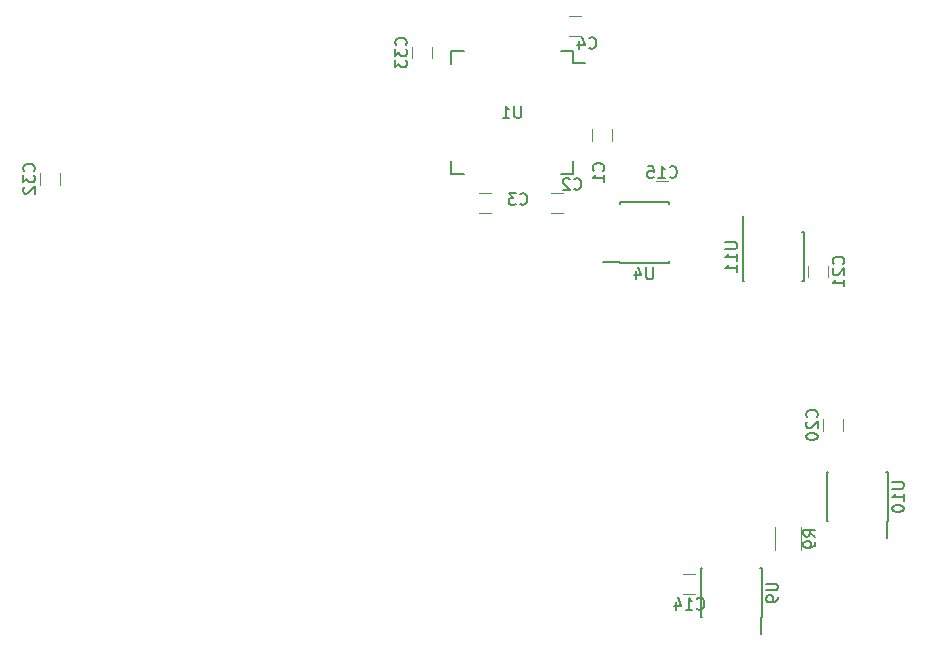
<source format=gbr>
G04 #@! TF.FileFunction,Legend,Bot*
%FSLAX46Y46*%
G04 Gerber Fmt 4.6, Leading zero omitted, Abs format (unit mm)*
G04 Created by KiCad (PCBNEW 4.0.7) date 11/09/17 22:03:39*
%MOMM*%
%LPD*%
G01*
G04 APERTURE LIST*
%ADD10C,0.100000*%
%ADD11C,0.120000*%
%ADD12C,0.150000*%
G04 APERTURE END LIST*
D10*
D11*
X185878960Y-46845720D02*
X185878960Y-47845720D01*
X184178960Y-47845720D02*
X184178960Y-46845720D01*
X181718960Y-53910720D02*
X180718960Y-53910720D01*
X180718960Y-52210720D02*
X181718960Y-52210720D01*
X175622960Y-53910720D02*
X174622960Y-53910720D01*
X174622960Y-52210720D02*
X175622960Y-52210720D01*
X182242960Y-37224720D02*
X183242960Y-37224720D01*
X183242960Y-38924720D02*
X182242960Y-38924720D01*
X192914960Y-86168720D02*
X191914960Y-86168720D01*
X191914960Y-84468720D02*
X192914960Y-84468720D01*
X190608960Y-52894720D02*
X189608960Y-52894720D01*
X189608960Y-51194720D02*
X190608960Y-51194720D01*
X203736960Y-72376720D02*
X203736960Y-71376720D01*
X205436960Y-71376720D02*
X205436960Y-72376720D01*
X202466960Y-59402720D02*
X202466960Y-58402720D01*
X204166960Y-58402720D02*
X204166960Y-59402720D01*
X137442960Y-51548720D02*
X137442960Y-50548720D01*
X139142960Y-50548720D02*
X139142960Y-51548720D01*
X199706960Y-80508720D02*
X199706960Y-82508720D01*
X201846960Y-82508720D02*
X201846960Y-80508720D01*
D12*
X182583960Y-40265720D02*
X182583960Y-41265720D01*
X172233960Y-40265720D02*
X172233960Y-41340720D01*
X172233960Y-50615720D02*
X172233960Y-49540720D01*
X182583960Y-50615720D02*
X182583960Y-49540720D01*
X182583960Y-40265720D02*
X181508960Y-40265720D01*
X182583960Y-50615720D02*
X181508960Y-50615720D01*
X172233960Y-50615720D02*
X173308960Y-50615720D01*
X172233960Y-40265720D02*
X173308960Y-40265720D01*
X182583960Y-41265720D02*
X183608960Y-41265720D01*
X186509960Y-58175720D02*
X186509960Y-58125720D01*
X190659960Y-58175720D02*
X190659960Y-58030720D01*
X190659960Y-53025720D02*
X190659960Y-53170720D01*
X186509960Y-53025720D02*
X186509960Y-53170720D01*
X186509960Y-58175720D02*
X190659960Y-58175720D01*
X186509960Y-53025720D02*
X190659960Y-53025720D01*
X186509960Y-58125720D02*
X185109960Y-58125720D01*
X198525960Y-88155720D02*
X198475960Y-88155720D01*
X198525960Y-84005720D02*
X198380960Y-84005720D01*
X193375960Y-84005720D02*
X193520960Y-84005720D01*
X193375960Y-88155720D02*
X193520960Y-88155720D01*
X198525960Y-88155720D02*
X198525960Y-84005720D01*
X193375960Y-88155720D02*
X193375960Y-84005720D01*
X198475960Y-88155720D02*
X198475960Y-89555720D01*
X209193960Y-80027720D02*
X209143960Y-80027720D01*
X209193960Y-75877720D02*
X209048960Y-75877720D01*
X204043960Y-75877720D02*
X204188960Y-75877720D01*
X204043960Y-80027720D02*
X204188960Y-80027720D01*
X209193960Y-80027720D02*
X209193960Y-75877720D01*
X204043960Y-80027720D02*
X204043960Y-75877720D01*
X209143960Y-80027720D02*
X209143960Y-81427720D01*
X196931960Y-55557720D02*
X196981960Y-55557720D01*
X196931960Y-59707720D02*
X197076960Y-59707720D01*
X202081960Y-59707720D02*
X201936960Y-59707720D01*
X202081960Y-55557720D02*
X201936960Y-55557720D01*
X196931960Y-55557720D02*
X196931960Y-59707720D01*
X202081960Y-55557720D02*
X202081960Y-59707720D01*
X196981960Y-55557720D02*
X196981960Y-54157720D01*
D11*
X168938960Y-40860720D02*
X168938960Y-39860720D01*
X170638960Y-39860720D02*
X170638960Y-40860720D01*
D12*
X185132103Y-50354054D02*
X185179722Y-50306435D01*
X185227341Y-50163578D01*
X185227341Y-50068340D01*
X185179722Y-49925482D01*
X185084484Y-49830244D01*
X184989246Y-49782625D01*
X184798770Y-49735006D01*
X184655912Y-49735006D01*
X184465436Y-49782625D01*
X184370198Y-49830244D01*
X184274960Y-49925482D01*
X184227341Y-50068340D01*
X184227341Y-50163578D01*
X184274960Y-50306435D01*
X184322579Y-50354054D01*
X185227341Y-51306435D02*
X185227341Y-50735006D01*
X185227341Y-51020720D02*
X184227341Y-51020720D01*
X184370198Y-50925482D01*
X184465436Y-50830244D01*
X184513055Y-50735006D01*
X182655626Y-51893863D02*
X182703245Y-51941482D01*
X182846102Y-51989101D01*
X182941340Y-51989101D01*
X183084198Y-51941482D01*
X183179436Y-51846244D01*
X183227055Y-51751006D01*
X183274674Y-51560530D01*
X183274674Y-51417672D01*
X183227055Y-51227196D01*
X183179436Y-51131958D01*
X183084198Y-51036720D01*
X182941340Y-50989101D01*
X182846102Y-50989101D01*
X182703245Y-51036720D01*
X182655626Y-51084339D01*
X182274674Y-51084339D02*
X182227055Y-51036720D01*
X182131817Y-50989101D01*
X181893721Y-50989101D01*
X181798483Y-51036720D01*
X181750864Y-51084339D01*
X181703245Y-51179577D01*
X181703245Y-51274815D01*
X181750864Y-51417672D01*
X182322293Y-51989101D01*
X181703245Y-51989101D01*
X178083626Y-53163863D02*
X178131245Y-53211482D01*
X178274102Y-53259101D01*
X178369340Y-53259101D01*
X178512198Y-53211482D01*
X178607436Y-53116244D01*
X178655055Y-53021006D01*
X178702674Y-52830530D01*
X178702674Y-52687672D01*
X178655055Y-52497196D01*
X178607436Y-52401958D01*
X178512198Y-52306720D01*
X178369340Y-52259101D01*
X178274102Y-52259101D01*
X178131245Y-52306720D01*
X178083626Y-52354339D01*
X177750293Y-52259101D02*
X177131245Y-52259101D01*
X177464579Y-52640053D01*
X177321721Y-52640053D01*
X177226483Y-52687672D01*
X177178864Y-52735291D01*
X177131245Y-52830530D01*
X177131245Y-53068625D01*
X177178864Y-53163863D01*
X177226483Y-53211482D01*
X177321721Y-53259101D01*
X177607436Y-53259101D01*
X177702674Y-53211482D01*
X177750293Y-53163863D01*
X183925626Y-39955863D02*
X183973245Y-40003482D01*
X184116102Y-40051101D01*
X184211340Y-40051101D01*
X184354198Y-40003482D01*
X184449436Y-39908244D01*
X184497055Y-39813006D01*
X184544674Y-39622530D01*
X184544674Y-39479672D01*
X184497055Y-39289196D01*
X184449436Y-39193958D01*
X184354198Y-39098720D01*
X184211340Y-39051101D01*
X184116102Y-39051101D01*
X183973245Y-39098720D01*
X183925626Y-39146339D01*
X183068483Y-39384434D02*
X183068483Y-40051101D01*
X183306579Y-39003482D02*
X183544674Y-39717768D01*
X182925626Y-39717768D01*
X193057817Y-87425863D02*
X193105436Y-87473482D01*
X193248293Y-87521101D01*
X193343531Y-87521101D01*
X193486389Y-87473482D01*
X193581627Y-87378244D01*
X193629246Y-87283006D01*
X193676865Y-87092530D01*
X193676865Y-86949672D01*
X193629246Y-86759196D01*
X193581627Y-86663958D01*
X193486389Y-86568720D01*
X193343531Y-86521101D01*
X193248293Y-86521101D01*
X193105436Y-86568720D01*
X193057817Y-86616339D01*
X192105436Y-87521101D02*
X192676865Y-87521101D01*
X192391151Y-87521101D02*
X192391151Y-86521101D01*
X192486389Y-86663958D01*
X192581627Y-86759196D01*
X192676865Y-86806815D01*
X191248293Y-86854434D02*
X191248293Y-87521101D01*
X191486389Y-86473482D02*
X191724484Y-87187768D01*
X191105436Y-87187768D01*
X190751817Y-50877863D02*
X190799436Y-50925482D01*
X190942293Y-50973101D01*
X191037531Y-50973101D01*
X191180389Y-50925482D01*
X191275627Y-50830244D01*
X191323246Y-50735006D01*
X191370865Y-50544530D01*
X191370865Y-50401672D01*
X191323246Y-50211196D01*
X191275627Y-50115958D01*
X191180389Y-50020720D01*
X191037531Y-49973101D01*
X190942293Y-49973101D01*
X190799436Y-50020720D01*
X190751817Y-50068339D01*
X189799436Y-50973101D02*
X190370865Y-50973101D01*
X190085151Y-50973101D02*
X190085151Y-49973101D01*
X190180389Y-50115958D01*
X190275627Y-50211196D01*
X190370865Y-50258815D01*
X188894674Y-49973101D02*
X189370865Y-49973101D01*
X189418484Y-50449291D01*
X189370865Y-50401672D01*
X189275627Y-50354053D01*
X189037531Y-50354053D01*
X188942293Y-50401672D01*
X188894674Y-50449291D01*
X188847055Y-50544530D01*
X188847055Y-50782625D01*
X188894674Y-50877863D01*
X188942293Y-50925482D01*
X189037531Y-50973101D01*
X189275627Y-50973101D01*
X189370865Y-50925482D01*
X189418484Y-50877863D01*
X203194103Y-71233863D02*
X203241722Y-71186244D01*
X203289341Y-71043387D01*
X203289341Y-70948149D01*
X203241722Y-70805291D01*
X203146484Y-70710053D01*
X203051246Y-70662434D01*
X202860770Y-70614815D01*
X202717912Y-70614815D01*
X202527436Y-70662434D01*
X202432198Y-70710053D01*
X202336960Y-70805291D01*
X202289341Y-70948149D01*
X202289341Y-71043387D01*
X202336960Y-71186244D01*
X202384579Y-71233863D01*
X202384579Y-71614815D02*
X202336960Y-71662434D01*
X202289341Y-71757672D01*
X202289341Y-71995768D01*
X202336960Y-72091006D01*
X202384579Y-72138625D01*
X202479817Y-72186244D01*
X202575055Y-72186244D01*
X202717912Y-72138625D01*
X203289341Y-71567196D01*
X203289341Y-72186244D01*
X202289341Y-72805291D02*
X202289341Y-72900530D01*
X202336960Y-72995768D01*
X202384579Y-73043387D01*
X202479817Y-73091006D01*
X202670293Y-73138625D01*
X202908389Y-73138625D01*
X203098865Y-73091006D01*
X203194103Y-73043387D01*
X203241722Y-72995768D01*
X203289341Y-72900530D01*
X203289341Y-72805291D01*
X203241722Y-72710053D01*
X203194103Y-72662434D01*
X203098865Y-72614815D01*
X202908389Y-72567196D01*
X202670293Y-72567196D01*
X202479817Y-72614815D01*
X202384579Y-72662434D01*
X202336960Y-72710053D01*
X202289341Y-72805291D01*
X205452103Y-58259863D02*
X205499722Y-58212244D01*
X205547341Y-58069387D01*
X205547341Y-57974149D01*
X205499722Y-57831291D01*
X205404484Y-57736053D01*
X205309246Y-57688434D01*
X205118770Y-57640815D01*
X204975912Y-57640815D01*
X204785436Y-57688434D01*
X204690198Y-57736053D01*
X204594960Y-57831291D01*
X204547341Y-57974149D01*
X204547341Y-58069387D01*
X204594960Y-58212244D01*
X204642579Y-58259863D01*
X204642579Y-58640815D02*
X204594960Y-58688434D01*
X204547341Y-58783672D01*
X204547341Y-59021768D01*
X204594960Y-59117006D01*
X204642579Y-59164625D01*
X204737817Y-59212244D01*
X204833055Y-59212244D01*
X204975912Y-59164625D01*
X205547341Y-58593196D01*
X205547341Y-59212244D01*
X205547341Y-60164625D02*
X205547341Y-59593196D01*
X205547341Y-59878910D02*
X204547341Y-59878910D01*
X204690198Y-59783672D01*
X204785436Y-59688434D01*
X204833055Y-59593196D01*
X136900103Y-50405863D02*
X136947722Y-50358244D01*
X136995341Y-50215387D01*
X136995341Y-50120149D01*
X136947722Y-49977291D01*
X136852484Y-49882053D01*
X136757246Y-49834434D01*
X136566770Y-49786815D01*
X136423912Y-49786815D01*
X136233436Y-49834434D01*
X136138198Y-49882053D01*
X136042960Y-49977291D01*
X135995341Y-50120149D01*
X135995341Y-50215387D01*
X136042960Y-50358244D01*
X136090579Y-50405863D01*
X135995341Y-50739196D02*
X135995341Y-51358244D01*
X136376293Y-51024910D01*
X136376293Y-51167768D01*
X136423912Y-51263006D01*
X136471531Y-51310625D01*
X136566770Y-51358244D01*
X136804865Y-51358244D01*
X136900103Y-51310625D01*
X136947722Y-51263006D01*
X136995341Y-51167768D01*
X136995341Y-50882053D01*
X136947722Y-50786815D01*
X136900103Y-50739196D01*
X136090579Y-51739196D02*
X136042960Y-51786815D01*
X135995341Y-51882053D01*
X135995341Y-52120149D01*
X136042960Y-52215387D01*
X136090579Y-52263006D01*
X136185817Y-52310625D01*
X136281055Y-52310625D01*
X136423912Y-52263006D01*
X136995341Y-51691577D01*
X136995341Y-52310625D01*
X203079341Y-81342054D02*
X202603150Y-81008720D01*
X203079341Y-80770625D02*
X202079341Y-80770625D01*
X202079341Y-81151578D01*
X202126960Y-81246816D01*
X202174579Y-81294435D01*
X202269817Y-81342054D01*
X202412674Y-81342054D01*
X202507912Y-81294435D01*
X202555531Y-81246816D01*
X202603150Y-81151578D01*
X202603150Y-80770625D01*
X203079341Y-81818244D02*
X203079341Y-82008720D01*
X203031722Y-82103959D01*
X202984103Y-82151578D01*
X202841246Y-82246816D01*
X202650770Y-82294435D01*
X202269817Y-82294435D01*
X202174579Y-82246816D01*
X202126960Y-82199197D01*
X202079341Y-82103959D01*
X202079341Y-81913482D01*
X202126960Y-81818244D01*
X202174579Y-81770625D01*
X202269817Y-81723006D01*
X202507912Y-81723006D01*
X202603150Y-81770625D01*
X202650770Y-81818244D01*
X202698389Y-81913482D01*
X202698389Y-82103959D01*
X202650770Y-82199197D01*
X202603150Y-82246816D01*
X202507912Y-82294435D01*
X178170865Y-44893101D02*
X178170865Y-45702625D01*
X178123246Y-45797863D01*
X178075627Y-45845482D01*
X177980389Y-45893101D01*
X177789912Y-45893101D01*
X177694674Y-45845482D01*
X177647055Y-45797863D01*
X177599436Y-45702625D01*
X177599436Y-44893101D01*
X176599436Y-45893101D02*
X177170865Y-45893101D01*
X176885151Y-45893101D02*
X176885151Y-44893101D01*
X176980389Y-45035958D01*
X177075627Y-45131196D01*
X177170865Y-45178815D01*
X189346865Y-58553101D02*
X189346865Y-59362625D01*
X189299246Y-59457863D01*
X189251627Y-59505482D01*
X189156389Y-59553101D01*
X188965912Y-59553101D01*
X188870674Y-59505482D01*
X188823055Y-59457863D01*
X188775436Y-59362625D01*
X188775436Y-58553101D01*
X187870674Y-58886434D02*
X187870674Y-59553101D01*
X188108770Y-58505482D02*
X188346865Y-59219768D01*
X187727817Y-59219768D01*
X198903341Y-85318815D02*
X199712865Y-85318815D01*
X199808103Y-85366434D01*
X199855722Y-85414053D01*
X199903341Y-85509291D01*
X199903341Y-85699768D01*
X199855722Y-85795006D01*
X199808103Y-85842625D01*
X199712865Y-85890244D01*
X198903341Y-85890244D01*
X199903341Y-86414053D02*
X199903341Y-86604529D01*
X199855722Y-86699768D01*
X199808103Y-86747387D01*
X199665246Y-86842625D01*
X199474770Y-86890244D01*
X199093817Y-86890244D01*
X198998579Y-86842625D01*
X198950960Y-86795006D01*
X198903341Y-86699768D01*
X198903341Y-86509291D01*
X198950960Y-86414053D01*
X198998579Y-86366434D01*
X199093817Y-86318815D01*
X199331912Y-86318815D01*
X199427150Y-86366434D01*
X199474770Y-86414053D01*
X199522389Y-86509291D01*
X199522389Y-86699768D01*
X199474770Y-86795006D01*
X199427150Y-86842625D01*
X199331912Y-86890244D01*
X209571341Y-76714625D02*
X210380865Y-76714625D01*
X210476103Y-76762244D01*
X210523722Y-76809863D01*
X210571341Y-76905101D01*
X210571341Y-77095578D01*
X210523722Y-77190816D01*
X210476103Y-77238435D01*
X210380865Y-77286054D01*
X209571341Y-77286054D01*
X210571341Y-78286054D02*
X210571341Y-77714625D01*
X210571341Y-78000339D02*
X209571341Y-78000339D01*
X209714198Y-77905101D01*
X209809436Y-77809863D01*
X209857055Y-77714625D01*
X209571341Y-78905101D02*
X209571341Y-79000340D01*
X209618960Y-79095578D01*
X209666579Y-79143197D01*
X209761817Y-79190816D01*
X209952293Y-79238435D01*
X210190389Y-79238435D01*
X210380865Y-79190816D01*
X210476103Y-79143197D01*
X210523722Y-79095578D01*
X210571341Y-79000340D01*
X210571341Y-78905101D01*
X210523722Y-78809863D01*
X210476103Y-78762244D01*
X210380865Y-78714625D01*
X210190389Y-78667006D01*
X209952293Y-78667006D01*
X209761817Y-78714625D01*
X209666579Y-78762244D01*
X209618960Y-78809863D01*
X209571341Y-78905101D01*
X195459341Y-56394625D02*
X196268865Y-56394625D01*
X196364103Y-56442244D01*
X196411722Y-56489863D01*
X196459341Y-56585101D01*
X196459341Y-56775578D01*
X196411722Y-56870816D01*
X196364103Y-56918435D01*
X196268865Y-56966054D01*
X195459341Y-56966054D01*
X196459341Y-57966054D02*
X196459341Y-57394625D01*
X196459341Y-57680339D02*
X195459341Y-57680339D01*
X195602198Y-57585101D01*
X195697436Y-57489863D01*
X195745055Y-57394625D01*
X196459341Y-58918435D02*
X196459341Y-58347006D01*
X196459341Y-58632720D02*
X195459341Y-58632720D01*
X195602198Y-58537482D01*
X195697436Y-58442244D01*
X195745055Y-58347006D01*
X168396103Y-39717863D02*
X168443722Y-39670244D01*
X168491341Y-39527387D01*
X168491341Y-39432149D01*
X168443722Y-39289291D01*
X168348484Y-39194053D01*
X168253246Y-39146434D01*
X168062770Y-39098815D01*
X167919912Y-39098815D01*
X167729436Y-39146434D01*
X167634198Y-39194053D01*
X167538960Y-39289291D01*
X167491341Y-39432149D01*
X167491341Y-39527387D01*
X167538960Y-39670244D01*
X167586579Y-39717863D01*
X167491341Y-40051196D02*
X167491341Y-40670244D01*
X167872293Y-40336910D01*
X167872293Y-40479768D01*
X167919912Y-40575006D01*
X167967531Y-40622625D01*
X168062770Y-40670244D01*
X168300865Y-40670244D01*
X168396103Y-40622625D01*
X168443722Y-40575006D01*
X168491341Y-40479768D01*
X168491341Y-40194053D01*
X168443722Y-40098815D01*
X168396103Y-40051196D01*
X167491341Y-41003577D02*
X167491341Y-41622625D01*
X167872293Y-41289291D01*
X167872293Y-41432149D01*
X167919912Y-41527387D01*
X167967531Y-41575006D01*
X168062770Y-41622625D01*
X168300865Y-41622625D01*
X168396103Y-41575006D01*
X168443722Y-41527387D01*
X168491341Y-41432149D01*
X168491341Y-41146434D01*
X168443722Y-41051196D01*
X168396103Y-41003577D01*
M02*

</source>
